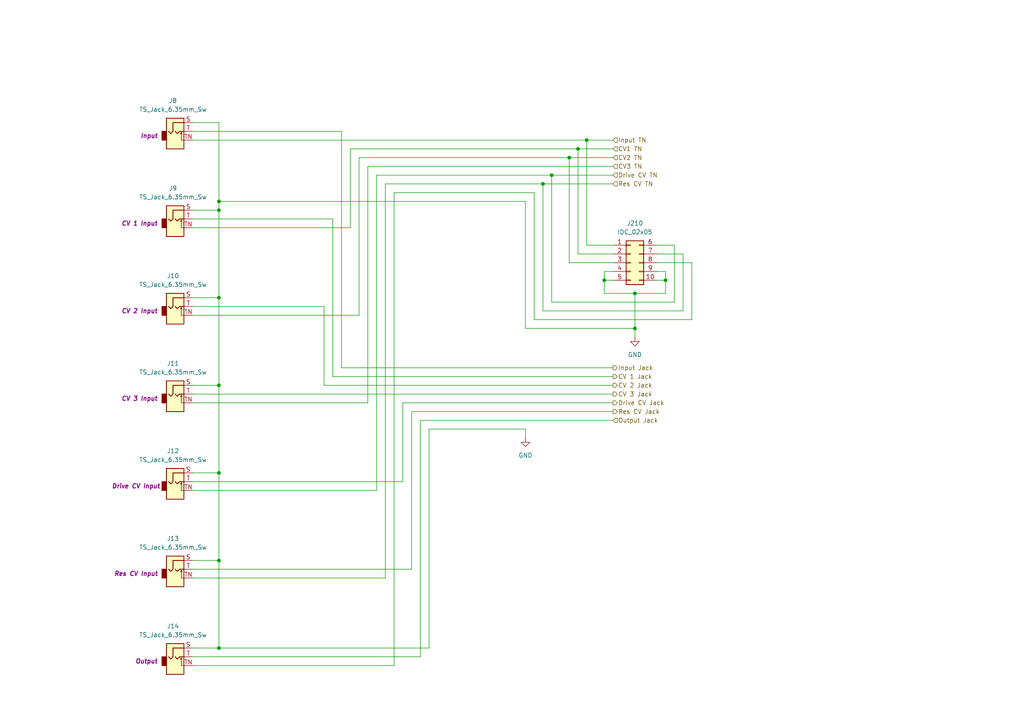
<source format=kicad_sch>
(kicad_sch (version 20250114) (generator "eeschema") (generator_version "9.0")
  (paper "A4")
  (title_block (company "DMH Instruments") (comment 1 "PCB for 15cm Kosmo format synthesizer module"))
  (lib_symbols
    (symbol "SynthStuff:BackBone_Connector_10Pin" (pin_names (offset 1.016) (hide yes))
      (property "Reference" "J" (at 0 -10.922 0))
      (property "Value" "IDC_02x05" (at 0 -8.382 0))
      (symbol "BackBone_Connector_10Pin_1_1"
        (rectangle (start -2.54 6.35) (end 2.54 -6.35) (stroke (width 0.254)) (fill (type background)))
        (rectangle (start -2.54 5.207) (end -1.27 4.953) (stroke (width 0.1524)))
        (rectangle (start -2.54 2.667) (end -1.27 2.413) (stroke (width 0.1524)))
        (rectangle (start -2.54 0.127) (end -1.27 -0.127) (stroke (width 0.1524)))
        (rectangle (start -2.54 -2.413) (end -1.27 -2.667) (stroke (width 0.1524)))
        (rectangle (start -2.54 -4.953) (end -1.27 -5.207) (stroke (width 0.1524)))
        (rectangle (start 2.54 5.207) (end 1.27 4.953) (stroke (width 0.1524)))
        (rectangle (start 2.54 2.667) (end 1.27 2.413) (stroke (width 0.1524)))
        (rectangle (start 2.54 0.127) (end 1.27 -0.127) (stroke (width 0.1524)))
        (rectangle (start 2.54 -2.413) (end 1.27 -2.667) (stroke (width 0.1524)))
        (rectangle (start 2.54 -4.953) (end 1.27 -5.207) (stroke (width 0.1524)))
        (pin passive line (at -6.35 5.08 0) (length 3.81) (name "Pin_1") (number "1"))
        (pin passive line (at -6.35 2.54 0) (length 3.81) (name "Pin_2") (number "2"))
        (pin passive line (at -6.35 0 0) (length 3.81) (name "Pin_3") (number "3"))
        (pin passive line (at -6.35 -2.54 0) (length 3.81) (name "Pin_4") (number "4"))
        (pin passive line (at -6.35 -5.08 0) (length 3.81) (name "Pin_5") (number "5"))
        (pin passive line (at 6.35 5.08 180) (length 3.81) (name "Pin_6") (number "6"))
        (pin passive line (at 6.35 2.54 180) (length 3.81) (name "Pin_7") (number "7"))
        (pin passive line (at 6.35 0 180) (length 3.81) (name "Pin_8") (number "8"))
        (pin passive line (at 6.35 -2.54 180) (length 3.81) (name "Pin_9") (number "9"))
        (pin passive line (at 6.35 -5.08 180) (length 3.81) (name "Pin_10") (number "10"))
      )
    )
    (symbol "SynthStuff:TS_Jack_6.35mm_Sw"
      (property "Reference" "J" (at -0.635 8.89 0))
      (property "Value" "TS_Jack_6.35mm_Sw" (at -0.635 6.35 0))
      (symbol "TS_Jack_6.35mm_Sw_0_1"
        (rectangle (start -2.54 0) (end -3.81 -2.54) (stroke (width 0.254)) (fill (type outline)))
        (polyline (pts (xy 0 0) (xy 0.635 -0.635) (xy 1.27 0) (xy 2.54 0)) (stroke (width 0.254)))
        (polyline (pts (xy 1.778 -0.254) (xy 2.032 -0.762)))
        (rectangle (start 2.54 3.81) (end -2.54 -5.08) (stroke (width 0.254)) (fill (type background)))
        (polyline (pts (xy 2.54 2.54) (xy -0.635 2.54) (xy -0.635 0) (xy -1.27 -0.635) (xy -1.905 0)) (stroke (width 0.254)))
        (polyline (pts (xy 2.54 -2.54) (xy 1.778 -2.54) (xy 1.778 -0.254) (xy 1.524 -0.762)))
      )
      (symbol "TS_Jack_6.35mm_Sw_1_1"
        (pin passive line (at 5.08 2.54 180) (length 2.54) (name "~") (number "S"))
        (pin passive line (at 5.08 0 180) (length 2.54) (name "~") (number "T"))
        (pin passive line (at 5.08 -2.54 180) (length 2.54) (name "~") (number "TN"))
      )
    )
    (symbol "power:GND" (power) (pin_numbers (hide yes)) (pin_names (offset 0) (hide yes))
      (property "Value" "GND" (at 0 -3.81 0))
      (symbol "GND_0_1"
        (polyline (pts (xy 0 0) (xy 0 -1.27) (xy 1.27 -1.27) (xy 0 -2.54) (xy -1.27 -1.27) (xy 0 -1.27)))
      )
      (symbol "GND_1_1"
        (pin power_in line (at 0 0 270) (length 0) (name "~") (number "1"))
      )
    )
  )
  (junction (at 165.1 45.72))
  (junction (at 63.5 187.96))
  (junction (at 167.64 43.18))
  (junction (at 63.5 58.42))
  (junction (at 63.5 137.16))
  (junction (at 175.26 81.28))
  (junction (at 160.02 50.8))
  (junction (at 193.04 81.28))
  (junction (at 63.5 86.36))
  (junction (at 184.15 95.25))
  (junction (at 63.5 162.56))
  (junction (at 170.18 40.64))
  (junction (at 63.5 111.76))
  (junction (at 157.48 53.34))
  (junction (at 184.15 85.09))
  (junction (at 63.5 60.96))
  (wire (pts (xy 116.84 116.84) (xy 177.8 116.84)))
  (wire (pts (xy 63.5 187.96) (xy 124.46 187.96)))
  (wire (pts (xy 198.12 90.17) (xy 198.12 73.66)))
  (wire (pts (xy 63.5 60.96) (xy 63.5 86.36)))
  (wire (pts (xy 195.58 87.63) (xy 195.58 71.12)))
  (wire (pts (xy 109.22 50.8) (xy 160.02 50.8)))
  (wire (pts (xy 55.88 187.96) (xy 63.5 187.96)))
  (wire (pts (xy 106.68 116.84) (xy 106.68 48.26)))
  (wire (pts (xy 55.88 116.84) (xy 106.68 116.84)))
  (wire (pts (xy 101.6 43.18) (xy 101.6 66.04)))
  (wire (pts (xy 190.5 78.74) (xy 193.04 78.74)))
  (wire (pts (xy 99.06 38.1) (xy 99.06 106.68)))
  (wire (pts (xy 175.26 85.09) (xy 184.15 85.09)))
  (wire (pts (xy 200.66 92.71) (xy 154.94 92.71)))
  (wire (pts (xy 99.06 106.68) (xy 177.8 106.68)))
  (wire (pts (xy 116.84 139.7) (xy 116.84 116.84)))
  (wire (pts (xy 55.88 88.9) (xy 93.98 88.9)))
  (wire (pts (xy 63.5 58.42) (xy 63.5 60.96)))
  (wire (pts (xy 55.88 162.56) (xy 63.5 162.56)))
  (wire (pts (xy 101.6 43.18) (xy 167.64 43.18)))
  (wire (pts (xy 124.46 187.96) (xy 124.46 124.46)))
  (wire (pts (xy 55.88 91.44) (xy 104.14 91.44)))
  (wire (pts (xy 119.38 165.1) (xy 119.38 119.38)))
  (wire (pts (xy 165.1 76.2) (xy 177.8 76.2)))
  (wire (pts (xy 184.15 85.09) (xy 193.04 85.09)))
  (wire (pts (xy 109.22 142.24) (xy 109.22 50.8)))
  (wire (pts (xy 170.18 71.12) (xy 177.8 71.12)))
  (wire (pts (xy 55.88 86.36) (xy 63.5 86.36)))
  (wire (pts (xy 114.3 193.04) (xy 114.3 55.88)))
  (wire (pts (xy 152.4 124.46) (xy 152.4 127)))
  (wire (pts (xy 190.5 73.66) (xy 198.12 73.66)))
  (wire (pts (xy 63.5 111.76) (xy 63.5 137.16)))
  (wire (pts (xy 63.5 86.36) (xy 63.5 111.76)))
  (wire (pts (xy 157.48 90.17) (xy 198.12 90.17)))
  (wire (pts (xy 96.52 109.22) (xy 177.8 109.22)))
  (wire (pts (xy 177.8 78.74) (xy 175.26 78.74)))
  (wire (pts (xy 55.88 137.16) (xy 63.5 137.16)))
  (wire (pts (xy 157.48 53.34) (xy 157.48 90.17)))
  (wire (pts (xy 104.14 45.72) (xy 165.1 45.72)))
  (wire (pts (xy 195.58 71.12) (xy 190.5 71.12)))
  (wire (pts (xy 111.76 167.64) (xy 111.76 53.34)))
  (wire (pts (xy 193.04 78.74) (xy 193.04 81.28)))
  (wire (pts (xy 165.1 45.72) (xy 177.8 45.72)))
  (wire (pts (xy 55.88 40.64) (xy 170.18 40.64)))
  (wire (pts (xy 200.66 76.2) (xy 200.66 92.71)))
  (wire (pts (xy 55.88 111.76) (xy 63.5 111.76)))
  (wire (pts (xy 190.5 81.28) (xy 193.04 81.28)))
  (wire (pts (xy 55.88 165.1) (xy 119.38 165.1)))
  (wire (pts (xy 55.88 114.3) (xy 177.8 114.3)))
  (wire (pts (xy 152.4 95.25) (xy 184.15 95.25)))
  (wire (pts (xy 96.52 63.5) (xy 96.52 109.22)))
  (wire (pts (xy 160.02 50.8) (xy 160.02 87.63)))
  (wire (pts (xy 124.46 124.46) (xy 152.4 124.46)))
  (wire (pts (xy 167.64 73.66) (xy 177.8 73.66)))
  (wire (pts (xy 63.5 162.56) (xy 63.5 187.96)))
  (wire (pts (xy 193.04 85.09) (xy 193.04 81.28)))
  (wire (pts (xy 121.92 190.5) (xy 121.92 121.92)))
  (wire (pts (xy 190.5 76.2) (xy 200.66 76.2)))
  (wire (pts (xy 119.38 119.38) (xy 177.8 119.38)))
  (wire (pts (xy 170.18 40.64) (xy 177.8 40.64)))
  (wire (pts (xy 165.1 76.2) (xy 165.1 45.72)))
  (wire (pts (xy 55.88 190.5) (xy 121.92 190.5)))
  (wire (pts (xy 184.15 85.09) (xy 184.15 95.25)))
  (wire (pts (xy 175.26 85.09) (xy 175.26 81.28)))
  (wire (pts (xy 160.02 87.63) (xy 195.58 87.63)))
  (wire (pts (xy 152.4 58.42) (xy 152.4 95.25)))
  (wire (pts (xy 63.5 35.56) (xy 63.5 58.42)))
  (wire (pts (xy 55.88 60.96) (xy 63.5 60.96)))
  (wire (pts (xy 154.94 92.71) (xy 154.94 55.88)))
  (wire (pts (xy 175.26 78.74) (xy 175.26 81.28)))
  (wire (pts (xy 55.88 139.7) (xy 116.84 139.7)))
  (wire (pts (xy 184.15 95.25) (xy 184.15 97.79)))
  (wire (pts (xy 167.64 43.18) (xy 177.8 43.18)))
  (wire (pts (xy 55.88 167.64) (xy 111.76 167.64)))
  (wire (pts (xy 63.5 58.42) (xy 152.4 58.42)))
  (wire (pts (xy 55.88 142.24) (xy 109.22 142.24)))
  (wire (pts (xy 55.88 38.1) (xy 99.06 38.1)))
  (wire (pts (xy 111.76 53.34) (xy 157.48 53.34)))
  (wire (pts (xy 104.14 91.44) (xy 104.14 45.72)))
  (wire (pts (xy 160.02 50.8) (xy 177.8 50.8)))
  (wire (pts (xy 106.68 48.26) (xy 177.8 48.26)))
  (wire (pts (xy 175.26 81.28) (xy 177.8 81.28)))
  (wire (pts (xy 93.98 88.9) (xy 93.98 111.76)))
  (wire (pts (xy 55.88 63.5) (xy 96.52 63.5)))
  (wire (pts (xy 63.5 137.16) (xy 63.5 162.56)))
  (wire (pts (xy 55.88 193.04) (xy 114.3 193.04)))
  (wire (pts (xy 170.18 71.12) (xy 170.18 40.64)))
  (wire (pts (xy 93.98 111.76) (xy 177.8 111.76)))
  (wire (pts (xy 55.88 66.04) (xy 101.6 66.04)))
  (wire (pts (xy 114.3 55.88) (xy 154.94 55.88)))
  (wire (pts (xy 121.92 121.92) (xy 177.8 121.92)))
  (wire (pts (xy 167.64 73.66) (xy 167.64 43.18)))
  (wire (pts (xy 55.88 35.56) (xy 63.5 35.56)))
  (wire (pts (xy 157.48 53.34) (xy 177.8 53.34)))
  (hierarchical_label "Input TN" (shape input) (at 177.8 40.64 0))
  (hierarchical_label "CV1 TN" (shape input) (at 177.8 43.18 0))
  (hierarchical_label "CV2 TN" (shape input) (at 177.8 45.72 0))
  (hierarchical_label "CV 3 Jack" (shape output) (at 177.8 114.3 0))
  (hierarchical_label "CV 2 Jack" (shape output) (at 177.8 111.76 0))
  (hierarchical_label "CV 1 Jack" (shape output) (at 177.8 109.22 0))
  (hierarchical_label "Output Jack" (shape input) (at 177.8 121.92 0))
  (hierarchical_label "Drive CV Jack" (shape output) (at 177.8 116.84 0))
  (hierarchical_label "Drive CV TN" (shape input) (at 177.8 50.8 0))
  (hierarchical_label "Res CV Jack" (shape output) (at 177.8 119.38 0))
  (hierarchical_label "Res CV TN" (shape input) (at 177.8 53.34 0))
  (hierarchical_label "Input Jack" (shape output) (at 177.8 106.68 0))
  (hierarchical_label "CV3 TN" (shape input) (at 177.8 48.26 0))
  (symbol (lib_id "power:GND") (at 184.15 97.79 0) (unit 1)
    (property "Reference" "#PWR07" (effects (hide yes)))
    (property "Value" "GND" (at 184.15 102.87 0))
    (property "Description" "Power symbol creates a global label with name \"GND\" , ground" (effects (hide yes)))
  )
  (symbol (lib_id "SynthStuff:TS_Jack_6.35mm_Sw") (at 50.8 88.9 0) (unit 1) (on_board no)
    (property "Reference" "J10" (at 50.165 80.01 0))
    (property "Value" "TS_Jack_6.35mm_Sw" (at 50.165 82.55 0))
    (property "Footprint" "SynthStuff:CUI_MJ-63052A" (effects (hide yes)))
    (property "Description" "Audio Jack, 2 Poles (Mono / TS), Switched T Pole (Normalling), 6.35mm, 1/4inch" (effects (hide yes)))
    (property "Function" "CV 2 Input" (at 40.386 90.17 0) (effects (font (thickness 0.254) (bold yes) (italic yes))))
  )
  (symbol (lib_id "SynthStuff:TS_Jack_6.35mm_Sw") (at 50.8 139.7 0) (unit 1) (on_board no)
    (property "Reference" "J12" (at 50.165 130.81 0))
    (property "Value" "TS_Jack_6.35mm_Sw" (at 50.165 133.35 0))
    (property "Footprint" "SynthStuff:CUI_MJ-63052A" (effects (hide yes)))
    (property "Description" "Audio Jack, 2 Poles (Mono / TS), Switched T Pole (Normalling), 6.35mm, 1/4inch" (effects (hide yes)))
    (property "Function" "Drive CV Input" (at 39.37 140.97 0) (effects (font (thickness 0.254) (bold yes) (italic yes))))
  )
  (symbol (lib_id "SynthStuff:TS_Jack_6.35mm_Sw") (at 50.8 190.5 0) (unit 1) (on_board no)
    (property "Reference" "J14" (at 50.165 181.61 0))
    (property "Value" "TS_Jack_6.35mm_Sw" (at 50.165 184.15 0))
    (property "Footprint" "SynthStuff:CUI_MJ-63052A" (effects (hide yes)))
    (property "Description" "Audio Jack, 2 Poles (Mono / TS), Switched T Pole (Normalling), 6.35mm, 1/4inch" (effects (hide yes)))
    (property "Function" "Output" (at 42.418 191.77 0) (effects (font (thickness 0.254) (bold yes) (italic yes))))
  )
  (symbol (lib_id "SynthStuff:TS_Jack_6.35mm_Sw") (at 50.8 63.5 0) (unit 1) (on_board no)
    (property "Reference" "J9" (at 50.165 54.61 0))
    (property "Value" "TS_Jack_6.35mm_Sw" (at 50.165 57.15 0))
    (property "Footprint" "SynthStuff:CUI_MJ-63052A" (effects (hide yes)))
    (property "Description" "Audio Jack, 2 Poles (Mono / TS), Switched T Pole (Normalling), 6.35mm, 1/4inch" (effects (hide yes)))
    (property "Function" "CV 1 Input" (at 40.386 64.77 0) (effects (font (thickness 0.254) (bold yes) (italic yes))))
  )
  (symbol (lib_id "SynthStuff:TS_Jack_6.35mm_Sw") (at 50.8 38.1 0) (unit 1) (on_board no)
    (property "Reference" "J8" (at 50.165 29.21 0))
    (property "Value" "TS_Jack_6.35mm_Sw" (at 50.165 31.75 0))
    (property "Footprint" "SynthStuff:CUI_MJ-63052A" (effects (hide yes)))
    (property "Description" "Audio Jack, 2 Poles (Mono / TS), Switched T Pole (Normalling), 6.35mm, 1/4inch" (effects (hide yes)))
    (property "Function" "Input" (at 43.18 39.37 0) (effects (font (thickness 0.254) (bold yes) (italic yes))))
  )
  (symbol (lib_id "SynthStuff:TS_Jack_6.35mm_Sw") (at 50.8 114.3 0) (unit 1) (on_board no)
    (property "Reference" "J11" (at 50.165 105.41 0))
    (property "Value" "TS_Jack_6.35mm_Sw" (at 50.165 107.95 0))
    (property "Footprint" "SynthStuff:CUI_MJ-63052A" (effects (hide yes)))
    (property "Description" "Audio Jack, 2 Poles (Mono / TS), Switched T Pole (Normalling), 6.35mm, 1/4inch" (effects (hide yes)))
    (property "Function" "CV 3 Input" (at 40.386 115.57 0) (effects (font (thickness 0.254) (bold yes) (italic yes))))
  )
  (symbol (lib_id "power:GND") (at 152.4 127 0) (unit 1)
    (property "Reference" "#PWR03" (effects (hide yes)))
    (property "Value" "GND" (at 152.4 132.08 0))
    (property "Description" "Power symbol creates a global label with name \"GND\" , ground" (effects (hide yes)))
  )
  (symbol (lib_id "SynthStuff:BackBone_Connector_10Pin") (at 184.15 76.2 0) (unit 1) (on_board no)
    (property "Reference" "J210" (at 184.15 64.77 0))
    (property "Value" "IDC_02x05" (at 184.15 67.31 0))
    (property "Footprint" "SynthStuff:IDC-Header_2x05_P2.54mm_Vertical_BackBone" (effects (hide yes)))
    (property "Description" "IDC jack, 2x5 pins, row a carries same signals as row b." (effects (hide yes)))
  )
  (symbol (lib_id "SynthStuff:TS_Jack_6.35mm_Sw") (at 50.8 165.1 0) (unit 1) (on_board no)
    (property "Reference" "J13" (at 50.165 156.21 0))
    (property "Value" "TS_Jack_6.35mm_Sw" (at 50.165 158.75 0))
    (property "Footprint" "SynthStuff:CUI_MJ-63052A" (effects (hide yes)))
    (property "Description" "Audio Jack, 2 Poles (Mono / TS), Switched T Pole (Normalling), 6.35mm, 1/4inch" (effects (hide yes)))
    (property "Function" "Res CV Input" (at 39.37 166.37 0) (effects (font (thickness 0.254) (bold yes) (italic yes))))
  )
)
</source>
